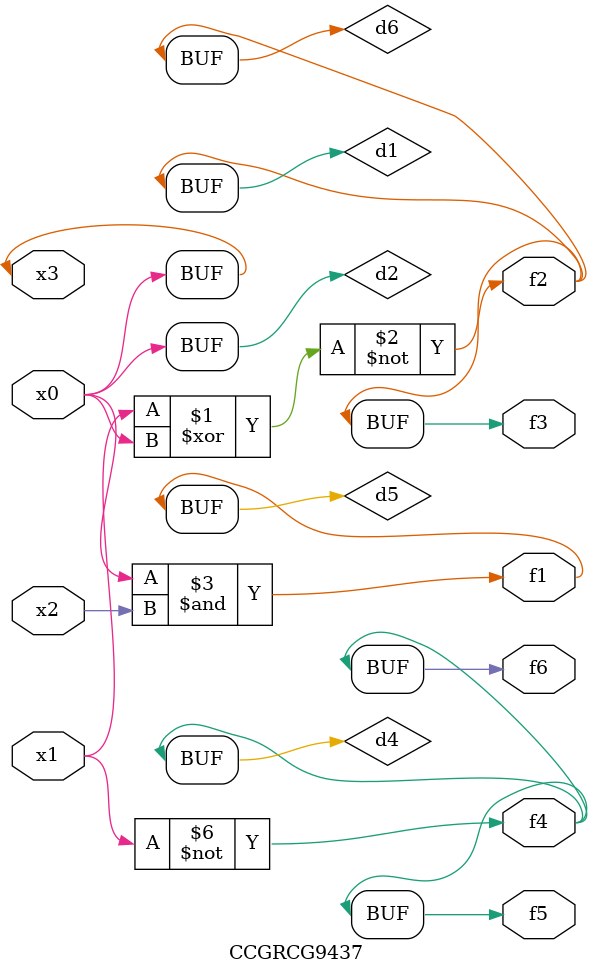
<source format=v>
module CCGRCG9437(
	input x0, x1, x2, x3,
	output f1, f2, f3, f4, f5, f6
);

	wire d1, d2, d3, d4, d5, d6;

	xnor (d1, x1, x3);
	buf (d2, x0, x3);
	nand (d3, x0, x2);
	not (d4, x1);
	nand (d5, d3);
	or (d6, d1);
	assign f1 = d5;
	assign f2 = d6;
	assign f3 = d6;
	assign f4 = d4;
	assign f5 = d4;
	assign f6 = d4;
endmodule

</source>
